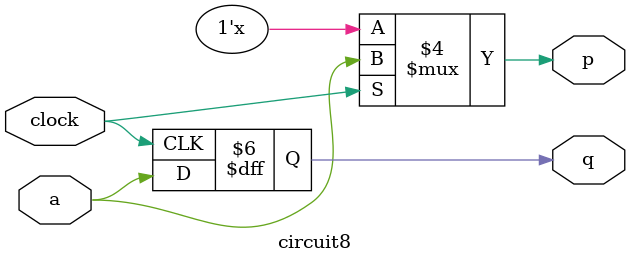
<source format=v>
module circuit8 (
	input clock,
	input a, 
	output reg p,
	output reg q
);
 
	always @(negedge clock)
		q <= a;
		
	always @(*)
		if (clock)
			p = a;
endmodule
</source>
